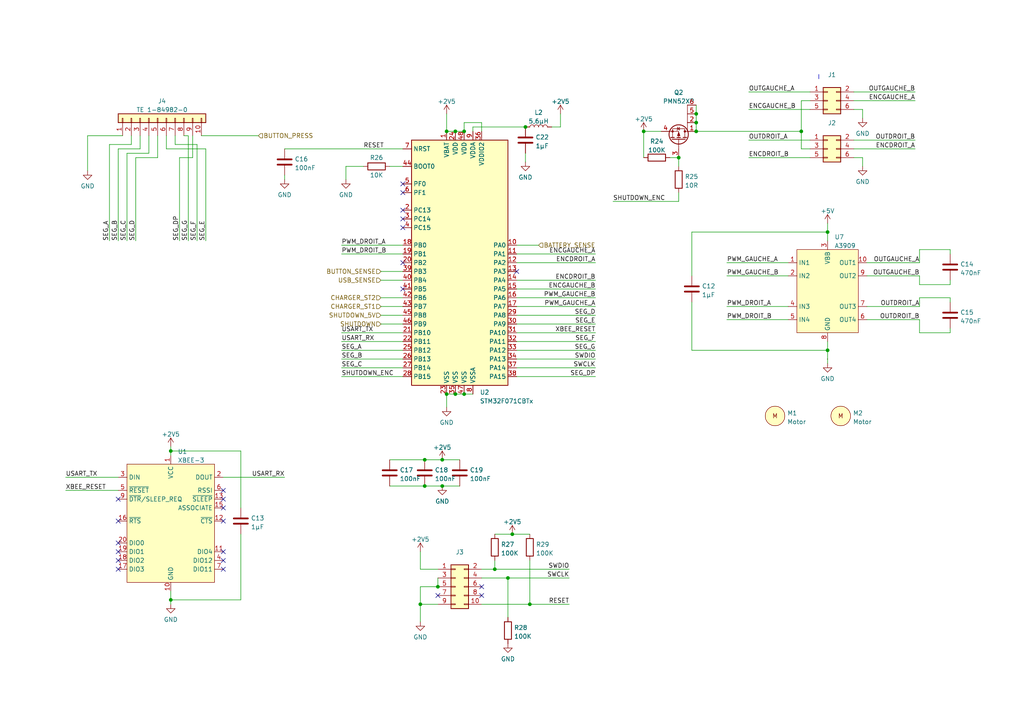
<source format=kicad_sch>
(kicad_sch (version 20230121) (generator eeschema)
  (paper "A4")
  (title_block (title "CPU + Com + Motors") (date "2023-03-29") (rev "2.2") (company "INSA - GEI"))
  (lib_symbols
    (symbol "Connector_Generic:Conn_01x10" (pin_names (offset 1.016) hide)
      (property "Reference" "J" (at 0 12.7 0))
      (property "Value" "Conn_01x10" (at 0 -15.24 0))
      (symbol "Conn_01x10_1_1"
        (rectangle (start -1.27 -12.573) (end 0 -12.827) (stroke (width 0.1524)))
        (rectangle (start -1.27 -10.033) (end 0 -10.287) (stroke (width 0.1524)))
        (rectangle (start -1.27 -7.493) (end 0 -7.747) (stroke (width 0.1524)))
        (rectangle (start -1.27 -4.953) (end 0 -5.207) (stroke (width 0.1524)))
        (rectangle (start -1.27 -2.413) (end 0 -2.667) (stroke (width 0.1524)))
        (rectangle (start -1.27 0.127) (end 0 -0.127) (stroke (width 0.1524)))
        (rectangle (start -1.27 2.667) (end 0 2.413) (stroke (width 0.1524)))
        (rectangle (start -1.27 5.207) (end 0 4.953) (stroke (width 0.1524)))
        (rectangle (start -1.27 7.747) (end 0 7.493) (stroke (width 0.1524)))
        (rectangle (start -1.27 10.287) (end 0 10.033) (stroke (width 0.1524)))
        (rectangle (start -1.27 11.43) (end 1.27 -13.97) (stroke (width 0.254)) (fill (type background)))
        (pin passive line (at -5.08 10.16 0) (length 3.81) (name "Pin_1") (number "1"))
        (pin passive line (at -5.08 -12.7 0) (length 3.81) (name "Pin_10") (number "10"))
        (pin passive line (at -5.08 7.62 0) (length 3.81) (name "Pin_2") (number "2"))
        (pin passive line (at -5.08 5.08 0) (length 3.81) (name "Pin_3") (number "3"))
        (pin passive line (at -5.08 2.54 0) (length 3.81) (name "Pin_4") (number "4"))
        (pin passive line (at -5.08 0 0) (length 3.81) (name "Pin_5") (number "5"))
        (pin passive line (at -5.08 -2.54 0) (length 3.81) (name "Pin_6") (number "6"))
        (pin passive line (at -5.08 -5.08 0) (length 3.81) (name "Pin_7") (number "7"))
        (pin passive line (at -5.08 -7.62 0) (length 3.81) (name "Pin_8") (number "8"))
        (pin passive line (at -5.08 -10.16 0) (length 3.81) (name "Pin_9") (number "9"))
      )
    )
    (symbol "Connector_Generic:Conn_02x03_Odd_Even" (pin_names (offset 1.016) hide)
      (property "Reference" "J" (at 1.27 5.08 0))
      (property "Value" "Conn_02x03_Odd_Even" (at 1.27 -5.08 0))
      (symbol "Conn_02x03_Odd_Even_1_1"
        (rectangle (start -1.27 -2.413) (end 0 -2.667) (stroke (width 0.1524)))
        (rectangle (start -1.27 0.127) (end 0 -0.127) (stroke (width 0.1524)))
        (rectangle (start -1.27 2.667) (end 0 2.413) (stroke (width 0.1524)))
        (rectangle (start -1.27 3.81) (end 3.81 -3.81) (stroke (width 0.254)) (fill (type background)))
        (rectangle (start 3.81 -2.413) (end 2.54 -2.667) (stroke (width 0.1524)))
        (rectangle (start 3.81 0.127) (end 2.54 -0.127) (stroke (width 0.1524)))
        (rectangle (start 3.81 2.667) (end 2.54 2.413) (stroke (width 0.1524)))
        (pin passive line (at -5.08 2.54 0) (length 3.81) (name "Pin_1") (number "1"))
        (pin passive line (at 7.62 2.54 180) (length 3.81) (name "Pin_2") (number "2"))
        (pin passive line (at -5.08 0 0) (length 3.81) (name "Pin_3") (number "3"))
        (pin passive line (at 7.62 0 180) (length 3.81) (name "Pin_4") (number "4"))
        (pin passive line (at -5.08 -2.54 0) (length 3.81) (name "Pin_5") (number "5"))
        (pin passive line (at 7.62 -2.54 180) (length 3.81) (name "Pin_6") (number "6"))
      )
    )
    (symbol "Connector_Generic:Conn_02x05_Odd_Even" (pin_names (offset 1.016) hide)
      (property "Reference" "J" (at 1.27 7.62 0))
      (property "Value" "Conn_02x05_Odd_Even" (at 1.27 -7.62 0))
      (symbol "Conn_02x05_Odd_Even_1_1"
        (rectangle (start -1.27 -4.953) (end 0 -5.207) (stroke (width 0.1524)))
        (rectangle (start -1.27 -2.413) (end 0 -2.667) (stroke (width 0.1524)))
        (rectangle (start -1.27 0.127) (end 0 -0.127) (stroke (width 0.1524)))
        (rectangle (start -1.27 2.667) (end 0 2.413) (stroke (width 0.1524)))
        (rectangle (start -1.27 5.207) (end 0 4.953) (stroke (width 0.1524)))
        (rectangle (start -1.27 6.35) (end 3.81 -6.35) (stroke (width 0.254)) (fill (type background)))
        (rectangle (start 3.81 -4.953) (end 2.54 -5.207) (stroke (width 0.1524)))
        (rectangle (start 3.81 -2.413) (end 2.54 -2.667) (stroke (width 0.1524)))
        (rectangle (start 3.81 0.127) (end 2.54 -0.127) (stroke (width 0.1524)))
        (rectangle (start 3.81 2.667) (end 2.54 2.413) (stroke (width 0.1524)))
        (rectangle (start 3.81 5.207) (end 2.54 4.953) (stroke (width 0.1524)))
        (pin passive line (at -5.08 5.08 0) (length 3.81) (name "Pin_1") (number "1"))
        (pin passive line (at 7.62 -5.08 180) (length 3.81) (name "Pin_10") (number "10"))
        (pin passive line (at 7.62 5.08 180) (length 3.81) (name "Pin_2") (number "2"))
        (pin passive line (at -5.08 2.54 0) (length 3.81) (name "Pin_3") (number "3"))
        (pin passive line (at 7.62 2.54 180) (length 3.81) (name "Pin_4") (number "4"))
        (pin passive line (at -5.08 0 0) (length 3.81) (name "Pin_5") (number "5"))
        (pin passive line (at 7.62 0 180) (length 3.81) (name "Pin_6") (number "6"))
        (pin passive line (at -5.08 -2.54 0) (length 3.81) (name "Pin_7") (number "7"))
        (pin passive line (at 7.62 -2.54 180) (length 3.81) (name "Pin_8") (number "8"))
        (pin passive line (at -5.08 -5.08 0) (length 3.81) (name "Pin_9") (number "9"))
      )
    )
    (symbol "Device:C" (pin_numbers hide) (pin_names (offset 0.254))
      (property "Reference" "C" (at 0.635 2.54 0))
      (property "Value" "C" (at 0.635 -2.54 0))
      (symbol "C_0_1"
        (polyline (pts (xy -2.032 -0.762) (xy 2.032 -0.762)) (stroke (width 0.508)))
        (polyline (pts (xy -2.032 0.762) (xy 2.032 0.762)) (stroke (width 0.508)))
      )
      (symbol "C_1_1"
        (pin passive line (at 0 3.81 270) (length 2.794) (name "~") (number "1"))
        (pin passive line (at 0 -3.81 90) (length 2.794) (name "~") (number "2"))
      )
    )
    (symbol "Device:L" (pin_numbers hide) (pin_names (offset 1.016) hide)
      (property "Reference" "L" (at -1.27 0 90))
      (property "Value" "L" (at 1.905 0 90))
      (symbol "L_0_1"
        (arc (start 0 -2.54) (mid 0.6323 -1.905) (end 0 -1.27))
        (arc (start 0 -1.27) (mid 0.6323 -0.635) (end 0 0))
        (arc (start 0 0) (mid 0.6323 0.635) (end 0 1.27))
        (arc (start 0 1.27) (mid 0.6323 1.905) (end 0 2.54))
      )
      (symbol "L_1_1"
        (pin passive line (at 0 3.81 270) (length 1.27) (name "1") (number "1"))
        (pin passive line (at 0 -3.81 90) (length 1.27) (name "2") (number "2"))
      )
    )
    (symbol "Device:R" (pin_numbers hide) (pin_names (offset 0))
      (property "Reference" "R" (at 2.032 0 90))
      (property "Value" "R" (at 0 0 90))
      (symbol "R_0_1"
        (rectangle (start -1.016 -2.54) (end 1.016 2.54) (stroke (width 0.254)))
      )
      (symbol "R_1_1"
        (pin passive line (at 0 3.81 270) (length 1.27) (name "~") (number "1"))
        (pin passive line (at 0 -3.81 90) (length 1.27) (name "~") (number "2"))
      )
    )
    (symbol "Insa:A3909"
      (property "Reference" "U" (at -7.62 15.24 0))
      (property "Value" "A3909" (at 6.35 -13.97 0))
      (symbol "A3909_0_1"
        (rectangle (start -8.89 12.7) (end 8.89 -11.43) (stroke (width 0.1524)) (fill (type background)))
        (rectangle (start 0 -19.05) (end 0 -19.05) (stroke (width 0.1524)))
        (rectangle (start 0 -19.05) (end 0 -19.05) (stroke (width 0.1524)))
        (rectangle (start 0 -19.05) (end 0 -19.05) (stroke (width 0.1524)))
        (rectangle (start 0 -19.05) (end 0 -19.05) (stroke (width 0.1524)))
      )
      (symbol "A3909_1_1"
        (pin input line (at -11.43 8.89 0) (length 2.54) (name "IN1") (number "1"))
        (pin output line (at 11.43 8.89 180) (length 2.54) (name "OUT1") (number "10"))
        (pin input line (at -11.43 5.08 0) (length 2.54) (name "IN2") (number "2"))
        (pin power_in line (at 0 15.24 270) (length 2.54) (name "VBB") (number "3"))
        (pin input line (at -11.43 -3.81 0) (length 2.54) (name "IN3") (number "4"))
        (pin input line (at -11.43 -7.62 0) (length 2.54) (name "IN4") (number "5"))
        (pin output line (at 11.43 -7.62 180) (length 2.54) (name "OUT4") (number "6"))
        (pin output line (at 11.43 -3.81 180) (length 2.54) (name "OUT3") (number "7"))
        (pin power_in line (at 0 -13.97 90) (length 2.54) (name "GND") (number "8"))
        (pin output line (at 11.43 5.08 180) (length 2.54) (name "OUT2") (number "9"))
      )
    )
    (symbol "Insa:Motor"
      (property "Reference" "M" (at 0 3.81 0))
      (property "Value" "Motor" (at 0 -5.08 0))
      (symbol "Motor_0_0"
        (text "M" (at 0 0 0) (effects (font (size 1.27 1.27))))
      )
      (symbol "Motor_0_1"
        (circle (center 0 0) (radius 2.8398) (stroke (width 0.1524)) (fill (type background)))
      )
    )
    (symbol "Insa:PMN52XP" (pin_names (offset 0) hide)
      (property "Reference" "Q" (at 5.08 1.27 0))
      (property "Value" "PMN52XP" (at 5.08 -1.27 0))
      (symbol "PMN52XP_0_1"
        (polyline (pts (xy 0.254 0) (xy -2.54 0)))
        (polyline (pts (xy 0.254 1.905) (xy 0.254 -1.905)) (stroke (width 0.254)))
        (polyline (pts (xy 0.762 -1.27) (xy 0.762 -2.286)) (stroke (width 0.254)))
        (polyline (pts (xy 0.762 0.508) (xy 0.762 -0.508)) (stroke (width 0.254)))
        (polyline (pts (xy 0.762 2.286) (xy 0.762 1.27)) (stroke (width 0.254)))
        (polyline (pts (xy 10.16 2.54) (xy 5.08 2.54)) (stroke (width 0.1524)))
        (polyline (pts (xy 2.54 -2.54) (xy 2.54 0) (xy 0.762 0)))
        (polyline (pts (xy 5.08 2.54) (xy 2.54 2.54) (xy 2.54 1.778)))
        (polyline (pts (xy 0.762 1.778) (xy 3.302 1.778) (xy 3.302 -1.778) (xy 0.762 -1.778)))
        (polyline (pts (xy 2.286 0) (xy 1.27 0.381) (xy 1.27 -0.381) (xy 2.286 0)) (fill (type outline)))
        (polyline (pts (xy 2.794 -0.508) (xy 2.921 -0.381) (xy 3.683 -0.381) (xy 3.81 -0.254)))
        (polyline (pts (xy 3.302 -0.381) (xy 2.921 0.254) (xy 3.683 0.254) (xy 3.302 -0.381)))
        (circle (center 1.651 0) (radius 2.794) (stroke (width 0.254)))
        (circle (center 2.54 -1.778) (radius 0.254) (fill (type outline)))
        (circle (center 2.54 1.778) (radius 0.254) (fill (type outline)))
      )
      (symbol "PMN52XP_1_1"
        (pin passive line (at 2.54 5.08 270) (length 2.54) (name "D") (number "1"))
        (pin passive line (at 5.08 5.08 270) (length 2.54) (name "D") (number "2"))
        (pin input line (at -5.08 0 0) (length 2.54) (name "G") (number "3"))
        (pin passive line (at 2.54 -5.08 90) (length 2.54) (name "S") (number "4"))
        (pin passive line (at 7.62 5.08 270) (length 2.54) (name "D") (number "5"))
        (pin passive line (at 10.16 5.08 270) (length 2.54) (name "D") (number "6"))
      )
    )
    (symbol "Insa:XBEE-3"
      (property "Reference" "U" (at -21.59 -17.78 0))
      (property "Value" "XBEE-3" (at -21.59 -17.78 0))
      (symbol "XBEE-3_0_1"
        (rectangle (start -12.7 36.83) (end 12.7 2.54) (stroke (width 0.1524)) (fill (type background)))
      )
      (symbol "XBEE-3_1_1"
        (pin power_in line (at 0 39.37 270) (length 2.54) (name "VCC") (number "1"))
        (pin power_in line (at 0 0 90) (length 2.54) (name "GND") (number "10"))
        (pin bidirectional line (at 15.24 11.43 180) (length 2.54) (name "DIO4") (number "11"))
        (pin output line (at 15.24 20.32 180) (length 2.54) (name "~{CTS}") (number "12"))
        (pin output line (at 15.24 26.67 180) (length 2.54) (name "~{SLEEP}") (number "13"))
        (pin output line (at 15.24 24.13 180) (length 2.54) (name "ASSOCIATE") (number "15"))
        (pin input line (at -15.24 20.32 0) (length 2.54) (name "~{RTS}") (number "16"))
        (pin bidirectional line (at -15.24 6.35 0) (length 2.54) (name "DIO3") (number "17"))
        (pin bidirectional line (at -15.24 8.89 0) (length 2.54) (name "DIO2") (number "18"))
        (pin bidirectional line (at -15.24 11.43 0) (length 2.54) (name "DIO1") (number "19"))
        (pin output line (at 15.24 33.02 180) (length 2.54) (name "DOUT") (number "2"))
        (pin bidirectional line (at -15.24 13.97 0) (length 2.54) (name "DIO0") (number "20"))
        (pin input line (at -15.24 33.02 0) (length 2.54) (name "DIN") (number "3"))
        (pin bidirectional line (at 15.24 8.89 180) (length 2.54) (name "DIO12") (number "4"))
        (pin input line (at -15.24 29.21 0) (length 2.54) (name "~{RESET}") (number "5"))
        (pin output line (at 15.24 29.21 180) (length 2.54) (name "RSSI") (number "6"))
        (pin bidirectional line (at 15.24 6.35 180) (length 2.54) (name "DIO11") (number "7"))
        (pin input line (at -15.24 26.67 0) (length 2.54) (name "~{DTR}/SLEEP_REQ") (number "9"))
      )
    )
    (symbol "MCU_ST_STM32F0:STM32F071CBTx"
      (property "Reference" "U" (at -15.24 36.83 0))
      (property "Value" "STM32F071CBTx" (at 7.62 36.83 0))
      (symbol "STM32F071CBTx_0_1"
        (rectangle (start -15.24 -35.56) (end 12.7 35.56) (stroke (width 0.254)) (fill (type background)))
      )
      (symbol "STM32F071CBTx_1_1"
        (pin power_in line (at -5.08 38.1 270) (length 2.54) (name "VBAT") (number "1"))
        (pin bidirectional line (at 15.24 5.08 180) (length 2.54) (name "PA0") (number "10"))
        (pin bidirectional line (at 15.24 2.54 180) (length 2.54) (name "PA1") (number "11"))
        (pin bidirectional line (at 15.24 0 180) (length 2.54) (name "PA2") (number "12"))
        (pin bidirectional line (at 15.24 -2.54 180) (length 2.54) (name "PA3") (number "13"))
        (pin bidirectional line (at 15.24 -5.08 180) (length 2.54) (name "PA4") (number "14"))
        (pin bidirectional line (at 15.24 -7.62 180) (length 2.54) (name "PA5") (number "15"))
        (pin bidirectional line (at 15.24 -10.16 180) (length 2.54) (name "PA6") (number "16"))
        (pin bidirectional line (at 15.24 -12.7 180) (length 2.54) (name "PA7") (number "17"))
        (pin bidirectional line (at -17.78 5.08 0) (length 2.54) (name "PB0") (number "18"))
        (pin bidirectional line (at -17.78 2.54 0) (length 2.54) (name "PB1") (number "19"))
        (pin bidirectional line (at -17.78 15.24 0) (length 2.54) (name "PC13") (number "2"))
        (pin bidirectional line (at -17.78 0 0) (length 2.54) (name "PB2") (number "20"))
        (pin bidirectional line (at -17.78 -20.32 0) (length 2.54) (name "PB10") (number "21"))
        (pin bidirectional line (at -17.78 -22.86 0) (length 2.54) (name "PB11") (number "22"))
        (pin power_in line (at -5.08 -38.1 90) (length 2.54) (name "VSS") (number "23"))
        (pin power_in line (at -2.54 38.1 270) (length 2.54) (name "VDD") (number "24"))
        (pin bidirectional line (at -17.78 -25.4 0) (length 2.54) (name "PB12") (number "25"))
        (pin bidirectional line (at -17.78 -27.94 0) (length 2.54) (name "PB13") (number "26"))
        (pin bidirectional line (at -17.78 -30.48 0) (length 2.54) (name "PB14") (number "27"))
        (pin bidirectional line (at -17.78 -33.02 0) (length 2.54) (name "PB15") (number "28"))
        (pin bidirectional line (at 15.24 -15.24 180) (length 2.54) (name "PA8") (number "29"))
        (pin bidirectional line (at -17.78 12.7 0) (length 2.54) (name "PC14") (number "3"))
        (pin bidirectional line (at 15.24 -17.78 180) (length 2.54) (name "PA9") (number "30"))
        (pin bidirectional line (at 15.24 -20.32 180) (length 2.54) (name "PA10") (number "31"))
        (pin bidirectional line (at 15.24 -22.86 180) (length 2.54) (name "PA11") (number "32"))
        (pin bidirectional line (at 15.24 -25.4 180) (length 2.54) (name "PA12") (number "33"))
        (pin bidirectional line (at 15.24 -27.94 180) (length 2.54) (name "PA13") (number "34"))
        (pin power_in line (at -2.54 -38.1 90) (length 2.54) (name "VSS") (number "35"))
        (pin power_in line (at 5.08 38.1 270) (length 2.54) (name "VDDIO2") (number "36"))
        (pin bidirectional line (at 15.24 -30.48 180) (length 2.54) (name "PA14") (number "37"))
        (pin bidirectional line (at 15.24 -33.02 180) (length 2.54) (name "PA15") (number "38"))
        (pin bidirectional line (at -17.78 -2.54 0) (length 2.54) (name "PB3") (number "39"))
        (pin bidirectional line (at -17.78 10.16 0) (length 2.54) (name "PC15") (number "4"))
        (pin bidirectional line (at -17.78 -5.08 0) (length 2.54) (name "PB4") (number "40"))
        (pin bidirectional line (at -17.78 -7.62 0) (length 2.54) (name "PB5") (number "41"))
        (pin bidirectional line (at -17.78 -10.16 0) (length 2.54) (name "PB6") (number "42"))
        (pin bidirectional line (at -17.78 -12.7 0) (length 2.54) (name "PB7") (number "43"))
        (pin input line (at -17.78 27.94 0) (length 2.54) (name "BOOT0") (number "44"))
        (pin bidirectional line (at -17.78 -15.24 0) (length 2.54) (name "PB8") (number "45"))
        (pin bidirectional line (at -17.78 -17.78 0) (length 2.54) (name "PB9") (number "46"))
        (pin power_in line (at 0 -38.1 90) (length 2.54) (name "VSS") (number "47"))
        (pin power_in line (at 0 38.1 270) (length 2.54) (name "VDD") (number "48"))
        (pin input line (at -17.78 22.86 0) (length 2.54) (name "PF0") (number "5"))
        (pin input line (at -17.78 20.32 0) (length 2.54) (name "PF1") (number "6"))
        (pin input line (at -17.78 33.02 0) (length 2.54) (name "NRST") (number "7"))
        (pin power_in line (at 2.54 -38.1 90) (length 2.54) (name "VSSA") (number "8"))
        (pin power_in line (at 2.54 38.1 270) (length 2.54) (name "VDDA") (number "9"))
      )
    )
    (symbol "power:+2V5" (power) (pin_names (offset 0))
      (property "Value" "+2V5" (at 0 3.556 0))
      (symbol "+2V5_0_1"
        (polyline (pts (xy -0.762 1.27) (xy 0 2.54)))
        (polyline (pts (xy 0 0) (xy 0 2.54)))
        (polyline (pts (xy 0 2.54) (xy 0.762 1.27)))
      )
      (symbol "+2V5_1_1"
        (pin power_in line (at 0 0 90) (length 0) hide (name "+2V5") (number "1"))
      )
    )
    (symbol "power:+5V" (power) (pin_names (offset 0))
      (property "Value" "+5V" (at 0 3.556 0))
      (symbol "+5V_0_1"
        (polyline (pts (xy -0.762 1.27) (xy 0 2.54)))
        (polyline (pts (xy 0 0) (xy 0 2.54)))
        (polyline (pts (xy 0 2.54) (xy 0.762 1.27)))
      )
      (symbol "+5V_1_1"
        (pin power_in line (at 0 0 90) (length 0) hide (name "+5V") (number "1"))
      )
    )
    (symbol "power:GND" (power) (pin_names (offset 0))
      (property "Value" "GND" (at 0 -3.81 0))
      (symbol "GND_0_1"
        (polyline (pts (xy 0 0) (xy 0 -1.27) (xy 1.27 -1.27) (xy 0 -2.54) (xy -1.27 -1.27) (xy 0 -1.27)))
      )
      (symbol "GND_1_1"
        (pin power_in line (at 0 0 270) (length 0) hide (name "GND") (number "1"))
      )
    )
  )
  (junction (at 129.54 38.1))
  (junction (at 128.27 140.97))
  (junction (at 132.08 114.3))
  (junction (at 240.03 101.6))
  (junction (at 201.93 33.02))
  (junction (at 49.53 130.81))
  (junction (at 240.03 67.31))
  (junction (at 201.93 38.1))
  (junction (at 153.67 175.26))
  (junction (at 201.93 35.56))
  (junction (at 49.53 173.99))
  (junction (at 152.4 36.83))
  (junction (at 123.19 140.97))
  (junction (at 186.69 38.1))
  (junction (at 127 170.18))
  (junction (at 196.85 45.72))
  (junction (at 147.32 167.64))
  (junction (at 143.51 165.1))
  (junction (at 232.41 38.1))
  (junction (at 134.62 114.3))
  (junction (at 148.59 154.94))
  (junction (at 132.08 38.1))
  (junction (at 134.62 38.1))
  (junction (at 128.27 133.35))
  (junction (at 129.54 114.3))
  (junction (at 121.92 175.26))
  (junction (at 123.19 133.35))
  (no_connect (at 116.84 66.04))
  (no_connect (at 149.86 78.74))
  (no_connect (at 116.84 83.82))
  (no_connect (at 116.84 76.2))
  (no_connect (at 116.84 60.96))
  (no_connect (at 116.84 63.5))
  (no_connect (at 116.84 55.88))
  (no_connect (at 116.84 53.34))
  (no_connect (at 34.29 144.78))
  (no_connect (at 64.77 151.13))
  (no_connect (at 64.77 160.02))
  (no_connect (at 64.77 162.56))
  (no_connect (at 64.77 165.1))
  (no_connect (at 64.77 142.24))
  (no_connect (at 64.77 144.78))
  (no_connect (at 64.77 147.32))
  (no_connect (at 34.29 165.1))
  (no_connect (at 34.29 162.56))
  (no_connect (at 34.29 160.02))
  (no_connect (at 34.29 157.48))
  (no_connect (at 34.29 151.13))
  (no_connect (at 127 172.72))
  (no_connect (at 139.7 172.72))
  (no_connect (at 139.7 170.18))
  (wire (pts (xy 250.19 31.75) (xy 250.19 34.29)))
  (wire (pts (xy 275.59 82.55) (xy 275.59 81.28)))
  (wire (pts (xy 200.66 67.31) (xy 240.03 67.31)))
  (wire (pts (xy 43.18 44.45) (xy 43.18 39.37)))
  (wire (pts (xy 39.37 45.72) (xy 39.37 69.85)))
  (wire (pts (xy 99.06 71.12) (xy 116.84 71.12)))
  (wire (pts (xy 232.41 43.18) (xy 234.95 43.18)))
  (wire (pts (xy 251.46 88.9) (xy 266.7 88.9)))
  (wire (pts (xy 201.93 35.56) (xy 201.93 38.1)))
  (wire (pts (xy 201.93 30.48) (xy 201.93 33.02)))
  (wire (pts (xy 266.7 88.9) (xy 266.7 86.36)))
  (wire (pts (xy 35.56 39.37) (xy 25.4 39.37)))
  (wire (pts (xy 129.54 114.3) (xy 129.54 118.11)))
  (wire (pts (xy 127 170.18) (xy 121.92 170.18)))
  (wire (pts (xy 247.65 31.75) (xy 250.19 31.75)))
  (wire (pts (xy 121.92 175.26) (xy 121.92 180.34)))
  (wire (pts (xy 113.03 133.35) (xy 123.19 133.35)))
  (wire (pts (xy 82.55 50.8) (xy 82.55 52.07)))
  (wire (pts (xy 132.08 114.3) (xy 134.62 114.3)))
  (wire (pts (xy 128.27 133.35) (xy 133.35 133.35)))
  (wire (pts (xy 134.62 38.1) (xy 134.62 35.56)))
  (wire (pts (xy 19.05 142.24) (xy 34.29 142.24)))
  (wire (pts (xy 99.06 106.68) (xy 116.84 106.68)))
  (wire (pts (xy 139.7 35.56) (xy 139.7 38.1)))
  (wire (pts (xy 149.86 109.22) (xy 172.72 109.22)))
  (wire (pts (xy 232.41 38.1) (xy 232.41 43.18)))
  (wire (pts (xy 247.65 40.64) (xy 265.43 40.64)))
  (wire (pts (xy 52.07 45.72) (xy 52.07 69.85)))
  (wire (pts (xy 134.62 35.56) (xy 139.7 35.56)))
  (wire (pts (xy 162.56 33.02) (xy 162.56 36.83)))
  (wire (pts (xy 200.66 80.01) (xy 200.66 67.31)))
  (wire (pts (xy 64.77 138.43) (xy 82.55 138.43)))
  (wire (pts (xy 69.85 130.81) (xy 69.85 147.32)))
  (wire (pts (xy 99.06 104.14) (xy 116.84 104.14)))
  (wire (pts (xy 137.16 36.83) (xy 152.4 36.83)))
  (wire (pts (xy 217.17 45.72) (xy 234.95 45.72)))
  (wire (pts (xy 196.85 55.88) (xy 196.85 58.42)))
  (wire (pts (xy 132.08 38.1) (xy 134.62 38.1)))
  (wire (pts (xy 149.86 83.82) (xy 172.72 83.82)))
  (wire (pts (xy 36.83 44.45) (xy 36.83 69.85)))
  (wire (pts (xy 34.29 43.18) (xy 40.64 43.18)))
  (wire (pts (xy 162.56 36.83) (xy 160.02 36.83)))
  (wire (pts (xy 266.7 92.71) (xy 266.7 96.52)))
  (wire (pts (xy 275.59 72.39) (xy 275.59 73.66)))
  (wire (pts (xy 275.59 95.25) (xy 275.59 96.52)))
  (wire (pts (xy 49.53 173.99) (xy 69.85 173.99)))
  (wire (pts (xy 210.82 80.01) (xy 228.6 80.01)))
  (wire (pts (xy 148.59 154.94) (xy 153.67 154.94)))
  (wire (pts (xy 54.61 39.37) (xy 54.61 69.85)))
  (wire (pts (xy 110.49 91.44) (xy 116.84 91.44)))
  (wire (pts (xy 149.86 81.28) (xy 172.72 81.28)))
  (wire (pts (xy 129.54 33.02) (xy 129.54 38.1)))
  (wire (pts (xy 127 167.64) (xy 127 170.18)))
  (wire (pts (xy 210.82 88.9) (xy 228.6 88.9)))
  (wire (pts (xy 149.86 88.9) (xy 172.72 88.9)))
  (wire (pts (xy 153.67 175.26) (xy 165.1 175.26)))
  (wire (pts (xy 200.66 87.63) (xy 200.66 101.6)))
  (wire (pts (xy 266.7 80.01) (xy 266.7 82.55)))
  (wire (pts (xy 240.03 99.06) (xy 240.03 101.6)))
  (wire (pts (xy 149.86 96.52) (xy 172.72 96.52)))
  (wire (pts (xy 217.17 40.64) (xy 234.95 40.64)))
  (wire (pts (xy 240.03 64.77) (xy 240.03 67.31)))
  (wire (pts (xy 201.93 33.02) (xy 201.93 35.56)))
  (wire (pts (xy 232.41 29.21) (xy 232.41 38.1)))
  (wire (pts (xy 99.06 96.52) (xy 116.84 96.52)))
  (wire (pts (xy 149.86 71.12) (xy 156.21 71.12)))
  (wire (pts (xy 149.86 104.14) (xy 172.72 104.14)))
  (wire (pts (xy 110.49 81.28) (xy 116.84 81.28)))
  (wire (pts (xy 69.85 154.94) (xy 69.85 173.99)))
  (wire (pts (xy 99.06 101.6) (xy 116.84 101.6)))
  (wire (pts (xy 128.27 140.97) (xy 133.35 140.97)))
  (wire (pts (xy 139.7 165.1) (xy 143.51 165.1)))
  (wire (pts (xy 129.54 114.3) (xy 132.08 114.3)))
  (wire (pts (xy 247.65 26.67) (xy 265.43 26.67)))
  (wire (pts (xy 31.75 41.91) (xy 38.1 41.91)))
  (wire (pts (xy 147.32 167.64) (xy 147.32 179.07)))
  (wire (pts (xy 210.82 92.71) (xy 228.6 92.71)))
  (wire (pts (xy 113.03 140.97) (xy 123.19 140.97)))
  (wire (pts (xy 55.88 39.37) (xy 55.88 45.72)))
  (wire (pts (xy 247.65 45.72) (xy 250.19 45.72)))
  (wire (pts (xy 121.92 170.18) (xy 121.92 175.26)))
  (wire (pts (xy 34.29 43.18) (xy 34.29 69.85)))
  (wire (pts (xy 149.86 101.6) (xy 172.72 101.6)))
  (wire (pts (xy 49.53 173.99) (xy 49.53 175.26)))
  (polyline (pts (xy 237.49 21.59) (xy 237.49 22.86)))
  (wire (pts (xy 99.06 73.66) (xy 116.84 73.66)))
  (wire (pts (xy 139.7 175.26) (xy 153.67 175.26)))
  (wire (pts (xy 275.59 86.36) (xy 275.59 87.63)))
  (wire (pts (xy 110.49 88.9) (xy 116.84 88.9)))
  (wire (pts (xy 99.06 109.22) (xy 116.84 109.22)))
  (wire (pts (xy 217.17 26.67) (xy 234.95 26.67)))
  (wire (pts (xy 143.51 162.56) (xy 143.51 165.1)))
  (wire (pts (xy 250.19 45.72) (xy 250.19 48.26)))
  (wire (pts (xy 38.1 41.91) (xy 38.1 39.37)))
  (wire (pts (xy 57.15 41.91) (xy 50.8 41.91)))
  (wire (pts (xy 149.86 86.36) (xy 172.72 86.36)))
  (wire (pts (xy 40.64 43.18) (xy 40.64 39.37)))
  (wire (pts (xy 240.03 67.31) (xy 240.03 69.85)))
  (wire (pts (xy 49.53 171.45) (xy 49.53 173.99)))
  (wire (pts (xy 251.46 76.2) (xy 266.7 76.2)))
  (wire (pts (xy 110.49 86.36) (xy 116.84 86.36)))
  (wire (pts (xy 194.31 45.72) (xy 196.85 45.72)))
  (wire (pts (xy 247.65 43.18) (xy 265.43 43.18)))
  (wire (pts (xy 217.17 31.75) (xy 234.95 31.75)))
  (wire (pts (xy 129.54 38.1) (xy 132.08 38.1)))
  (wire (pts (xy 49.53 129.54) (xy 49.53 130.81)))
  (wire (pts (xy 19.05 138.43) (xy 34.29 138.43)))
  (wire (pts (xy 149.86 93.98) (xy 172.72 93.98)))
  (wire (pts (xy 82.55 43.18) (xy 116.84 43.18)))
  (wire (pts (xy 143.51 154.94) (xy 148.59 154.94)))
  (wire (pts (xy 39.37 45.72) (xy 45.72 45.72)))
  (wire (pts (xy 52.07 45.72) (xy 55.88 45.72)))
  (wire (pts (xy 57.15 41.91) (xy 57.15 69.85)))
  (wire (pts (xy 48.26 39.37) (xy 48.26 43.18)))
  (wire (pts (xy 31.75 41.91) (xy 31.75 69.85)))
  (wire (pts (xy 240.03 101.6) (xy 240.03 105.41)))
  (wire (pts (xy 143.51 165.1) (xy 165.1 165.1)))
  (wire (pts (xy 123.19 133.35) (xy 128.27 133.35)))
  (wire (pts (xy 59.69 43.18) (xy 59.69 69.85)))
  (wire (pts (xy 186.69 45.72) (xy 186.69 38.1)))
  (wire (pts (xy 153.67 162.56) (xy 153.67 175.26)))
  (wire (pts (xy 149.86 76.2) (xy 172.72 76.2)))
  (wire (pts (xy 201.93 38.1) (xy 232.41 38.1)))
  (wire (pts (xy 210.82 76.2) (xy 228.6 76.2)))
  (wire (pts (xy 266.7 96.52) (xy 275.59 96.52)))
  (wire (pts (xy 266.7 82.55) (xy 275.59 82.55)))
  (wire (pts (xy 100.33 48.26) (xy 100.33 52.07)))
  (wire (pts (xy 266.7 76.2) (xy 266.7 72.39)))
  (wire (pts (xy 200.66 101.6) (xy 240.03 101.6)))
  (wire (pts (xy 59.69 43.18) (xy 48.26 43.18)))
  (wire (pts (xy 49.53 130.81) (xy 69.85 130.81)))
  (wire (pts (xy 25.4 39.37) (xy 25.4 49.53)))
  (wire (pts (xy 147.32 167.64) (xy 165.1 167.64)))
  (wire (pts (xy 50.8 39.37) (xy 50.8 41.91)))
  (wire (pts (xy 266.7 86.36) (xy 275.59 86.36)))
  (wire (pts (xy 36.83 44.45) (xy 43.18 44.45)))
  (wire (pts (xy 110.49 93.98) (xy 116.84 93.98)))
  (wire (pts (xy 54.61 39.37) (xy 53.34 39.37)))
  (wire (pts (xy 99.06 99.06) (xy 116.84 99.06)))
  (wire (pts (xy 105.41 48.26) (xy 100.33 48.26)))
  (wire (pts (xy 186.69 38.1) (xy 191.77 38.1)))
  (wire (pts (xy 49.53 130.81) (xy 49.53 132.08)))
  (wire (pts (xy 110.49 78.74) (xy 116.84 78.74)))
  (wire (pts (xy 149.86 91.44) (xy 172.72 91.44)))
  (wire (pts (xy 149.86 106.68) (xy 172.72 106.68)))
  (wire (pts (xy 251.46 80.01) (xy 266.7 80.01)))
  (wire (pts (xy 45.72 45.72) (xy 45.72 39.37)))
  (wire (pts (xy 247.65 29.21) (xy 265.43 29.21)))
  (wire (pts (xy 251.46 92.71) (xy 266.7 92.71)))
  (wire (pts (xy 139.7 167.64) (xy 147.32 167.64)))
  (wire (pts (xy 149.86 73.66) (xy 172.72 73.66)))
  (wire (pts (xy 121.92 175.26) (xy 127 175.26)))
  (wire (pts (xy 121.92 160.02) (xy 121.92 165.1)))
  (wire (pts (xy 134.62 114.3) (xy 137.16 114.3)))
  (wire (pts (xy 58.42 39.37) (xy 74.93 39.37)))
  (wire (pts (xy 127 165.1) (xy 121.92 165.1)))
  (wire (pts (xy 266.7 72.39) (xy 275.59 72.39)))
  (wire (pts (xy 152.4 44.45) (xy 152.4 46.99)))
  (wire (pts (xy 123.19 140.97) (xy 128.27 140.97)))
  (wire (pts (xy 113.03 48.26) (xy 116.84 48.26)))
  (wire (pts (xy 196.85 45.72) (xy 196.85 48.26)))
  (wire (pts (xy 177.8 58.42) (xy 196.85 58.42)))
  (wire (pts (xy 137.16 38.1) (xy 137.16 36.83)))
  (wire (pts (xy 232.41 29.21) (xy 234.95 29.21)))
  (wire (pts (xy 149.86 99.06) (xy 172.72 99.06)))
  (label "ENCDROIT_B" (at 172.72 81.28 180))
  (label "USART_TX" (at 19.05 138.43 0))
  (label "SHUTDOWN_ENC" (at 99.06 109.22 0))
  (label "PWM_DROIT_B" (at 210.82 92.71 0))
  (label "SEG_G" (at 172.72 101.6 180))
  (label "SEG_F" (at 57.15 69.85 90))
  (label "SEG_A" (at 31.75 69.85 90))
  (label "PWM_DROIT_A" (at 210.82 88.9 0))
  (label "USART_RX" (at 99.06 99.06 0))
  (label "SEG_DP" (at 172.72 109.22 180))
  (label "SEG_G" (at 54.61 69.85 90))
  (label "PWM_GAUCHE_A" (at 210.82 76.2 0))
  (label "OUTDROIT_A" (at 217.17 40.64 0))
  (label "ENCDROIT_A" (at 265.43 43.18 180))
  (label "ENCDROIT_A" (at 172.72 76.2 180))
  (label "SWCLK" (at 172.72 106.68 180))
  (label "ENCGAUCHE_A" (at 172.72 73.66 180))
  (label "SEG_C" (at 36.83 69.85 90))
  (label "SEG_DP" (at 52.07 69.85 90))
  (label "PWM_DROIT_B" (at 99.06 73.66 0))
  (label "PWM_GAUCHE_B" (at 172.72 86.36 180))
  (label "OUTGAUCHE_B" (at 266.7 80.01 180))
  (label "PWM_GAUCHE_B" (at 210.82 80.01 0))
  (label "OUTGAUCHE_B" (at 265.43 26.67 180))
  (label "PWM_DROIT_A" (at 99.06 71.12 0))
  (label "USART_RX" (at 82.55 138.43 180))
  (label "USART_TX" (at 99.06 96.52 0))
  (label "ENCGAUCHE_B" (at 172.72 83.82 180))
  (label "SWCLK" (at 165.1 167.64 180))
  (label "XBEE_RESET" (at 19.05 142.24 0))
  (label "XBEE_RESET" (at 172.72 96.52 180))
  (label "SEG_E" (at 59.69 69.85 90))
  (label "SHUTDOWN_ENC" (at 177.8 58.42 0))
  (label "ENCDROIT_B" (at 217.17 45.72 0))
  (label "OUTDROIT_B" (at 265.43 40.64 180))
  (label "ENCGAUCHE_B" (at 217.17 31.75 0))
  (label "OUTGAUCHE_A" (at 217.17 26.67 0))
  (label "SEG_B" (at 99.06 104.14 0))
  (label "OUTGAUCHE_A" (at 266.7 76.2 180))
  (label "SWDIO" (at 172.72 104.14 180))
  (label "PWM_GAUCHE_A" (at 172.72 88.9 180))
  (label "OUTDROIT_B" (at 266.7 92.71 180))
  (label "RESET" (at 165.1 175.26 180))
  (label "SEG_A" (at 99.06 101.6 0))
  (label "SEG_C" (at 99.06 106.68 0))
  (label "OUTDROIT_A" (at 266.7 88.9 180))
  (label "SEG_E" (at 172.72 93.98 180))
  (label "SEG_D" (at 172.72 91.44 180))
  (label "SEG_B" (at 34.29 69.85 90))
  (label "ENCGAUCHE_A" (at 265.43 29.21 180))
  (label "SEG_D" (at 39.37 69.85 90))
  (label "SWDIO" (at 165.1 165.1 180))
  (label "RESET" (at 105.41 43.18 0))
  (label "SEG_F" (at 172.72 99.06 180))
  (hierarchical_label "BUTTON_PRESS" (shape input) (at 74.93 39.37 0))
  (hierarchical_label "CHARGER_ST1" (shape input) (at 110.49 88.9 180))
  (hierarchical_label "USB_SENSE" (shape input) (at 110.49 81.28 180))
  (hierarchical_label "SHUTDOWN" (shape input) (at 110.49 93.98 180))
  (hierarchical_label "BATTERY_SENSE" (shape input) (at 156.21 71.12 0))
  (hierarchical_label "BUTTON_SENSE" (shape input) (at 110.49 78.74 180))
  (hierarchical_label "SHUTDOWN_5V" (shape input) (at 110.49 91.44 180))
  (hierarchical_label "CHARGER_ST2" (shape input) (at 110.49 86.36 180))
  (symbol (lib_id "power:GND") (at 100.33 52.07 0) (unit 1)
    (property "Reference" "#PWR030" (effects hide))
    (property "Value" "GND" (at 100.33 56.5134 0))
  )
  (symbol (lib_id "Device:C") (at 275.59 77.47 0) (unit 1)
    (property "Reference" "C14" (at 278.511 76.6353 0) (effects (justify left)))
    (property "Value" "470nF" (at 278.511 79.1722 0) (effects (justify left)))
    (property "Footprint" "Capacitor_SMD:C_0805_2012Metric" (effects hide))
  )
  (symbol (lib_id "power:GND") (at 147.32 186.69 0) (unit 1)
    (property "Reference" "#PWR033" (effects hide))
    (property "Value" "GND" (at 147.32 191.1334 0))
  )
  (symbol (lib_id "Device:L") (at 156.21 36.83 90) (unit 1)
    (property "Reference" "L2" (at 156.21 32.6222 90))
    (property "Value" "5,6µH" (at 156.21 35.1591 90))
    (property "Footprint" "Inductor_SMD:L_1812_4532Metric" (effects hide))
  )
  (symbol (lib_id "power:+2V5") (at 49.53 129.54 0) (unit 1)
    (property "Reference" "#PWR0103" (effects hide))
    (property "Value" "+2V5" (at 49.53 125.9642 0))
  )
  (symbol (lib_id "power:GND") (at 240.03 105.41 0) (unit 1)
    (property "Reference" "#PWR0106" (effects hide))
    (property "Value" "GND" (at 240.03 109.8534 0))
  )
  (symbol (lib_id "power:GND") (at 25.4 49.53 0) (unit 1)
    (property "Reference" "#PWR027" (effects hide))
    (property "Value" "GND" (at 25.4 53.9734 0))
  )
  (symbol (lib_id "Device:C") (at 200.66 83.82 0) (unit 1)
    (property "Reference" "C12" (at 203.581 82.9853 0) (effects (justify left)))
    (property "Value" "1µF" (at 203.581 85.5222 0) (effects (justify left)))
    (property "Footprint" "Capacitor_SMD:C_0805_2012Metric" (effects hide))
  )
  (symbol (lib_id "Device:C") (at 113.03 137.16 0) (unit 1)
    (property "Reference" "C17" (at 115.951 136.3253 0) (effects (justify left)))
    (property "Value" "100nF" (at 115.951 138.8622 0) (effects (justify left)))
    (property "Footprint" "Capacitor_SMD:C_0805_2012Metric" (effects hide))
  )
  (symbol (lib_id "Device:C") (at 275.59 91.44 0) (unit 1)
    (property "Reference" "C15" (at 278.511 90.6053 0) (effects (justify left)))
    (property "Value" "470nF" (at 278.511 93.1422 0) (effects (justify left)))
    (property "Footprint" "Capacitor_SMD:C_0805_2012Metric" (effects hide))
  )
  (symbol (lib_id "power:+2V5") (at 162.56 33.02 0) (unit 1)
    (property "Reference" "#PWR035" (effects hide))
    (property "Value" "+2V5" (at 162.56 29.4442 0))
  )
  (symbol (lib_id "power:GND") (at 49.53 175.26 0) (unit 1)
    (property "Reference" "#PWR0101" (effects hide))
    (property "Value" "GND" (at 49.53 179.7034 0))
  )
  (symbol (lib_id "Device:C") (at 69.85 151.13 0) (unit 1)
    (property "Reference" "C13" (at 72.771 150.2953 0) (effects (justify left)))
    (property "Value" "1µF" (at 72.771 152.8322 0) (effects (justify left)))
    (property "Footprint" "Capacitor_SMD:C_0805_2012Metric" (effects hide))
  )
  (symbol (lib_id "power:+5V") (at 240.03 64.77 0) (unit 1)
    (property "Reference" "#PWR024" (effects hide))
    (property "Value" "+5V" (at 240.03 61.1942 0))
  )
  (symbol (lib_id "Device:R") (at 153.67 158.75 0) (unit 1)
    (property "Reference" "R29" (at 155.448 157.9153 0) (effects (justify left)))
    (property "Value" "100K" (at 155.448 160.4522 0) (effects (justify left)))
    (property "Footprint" "Resistor_SMD:R_0805_2012Metric" (effects hide))
  )
  (symbol (lib_id "power:GND") (at 250.19 48.26 0) (unit 1)
    (property "Reference" "#PWR023" (effects hide))
    (property "Value" "GND" (at 250.19 52.7034 0))
  )
  (symbol (lib_id "Device:C") (at 82.55 46.99 0) (unit 1)
    (property "Reference" "C16" (at 85.471 46.1553 0) (effects (justify left)))
    (property "Value" "100nF" (at 85.471 48.6922 0) (effects (justify left)))
    (property "Footprint" "Capacitor_SMD:C_0805_2012Metric" (effects hide))
  )
  (symbol (lib_id "power:GND") (at 82.55 52.07 0) (unit 1)
    (property "Reference" "#PWR028" (effects hide))
    (property "Value" "GND" (at 82.55 56.5134 0))
  )
  (symbol (lib_id "power:GND") (at 250.19 34.29 0) (unit 1)
    (property "Reference" "#PWR0104" (effects hide))
    (property "Value" "GND" (at 250.19 38.7334 0))
  )
  (symbol (lib_id "power:+2V5") (at 128.27 133.35 0) (unit 1)
    (property "Reference" "#PWR0109" (effects hide))
    (property "Value" "+2V5" (at 128.27 129.7742 0))
  )
  (symbol (lib_id "power:GND") (at 121.92 180.34 0) (unit 1)
    (property "Reference" "#PWR032" (effects hide))
    (property "Value" "GND" (at 121.92 184.7834 0))
  )
  (symbol (lib_id "Device:R") (at 109.22 48.26 90) (unit 1)
    (property "Reference" "R26" (at 109.22 45.72 90))
    (property "Value" "10K" (at 109.22 50.8 90))
    (property "Footprint" "Resistor_SMD:R_0805_2012Metric" (effects hide))
  )
  (symbol (lib_id "power:+2V5") (at 121.92 160.02 0) (unit 1)
    (property "Reference" "#PWR031" (effects hide))
    (property "Value" "+2V5" (at 121.92 156.4442 0))
  )
  (symbol (lib_id "power:+2V5") (at 148.59 154.94 0) (unit 1)
    (property "Reference" "#PWR034" (effects hide))
    (property "Value" "+2V5" (at 148.59 151.3642 0))
  )
  (symbol (lib_id "Device:C") (at 133.35 137.16 0) (unit 1)
    (property "Reference" "C19" (at 136.271 136.3253 0) (effects (justify left)))
    (property "Value" "100nF" (at 136.271 138.8622 0) (effects (justify left)))
    (property "Footprint" "Capacitor_SMD:C_0805_2012Metric" (effects hide))
  )
  (symbol (lib_id "Insa:XBEE-3") (at 49.53 171.45 0) (unit 1)
    (property "Reference" "U1" (at 51.5494 130.971 0) (effects (justify left)))
    (property "Value" "XBEE-3" (at 51.5494 133.5079 0) (effects (justify left)))
    (property "Footprint" "INSA:XBEE-3-TH" (effects hide))
  )
  (symbol (lib_id "MCU_ST_STM32F0:STM32F071CBTx") (at 134.62 76.2 0) (unit 1)
    (property "Reference" "U2" (at 139.1794 113.7904 0) (effects (justify left)))
    (property "Value" "STM32F071CBTx" (at 139.1794 116.3273 0) (effects (justify left)))
    (property "Footprint" "Package_QFP:LQFP-48_7x7mm_P0.5mm" (effects hide))
    (property "Datasheet" "http://www.st.com/st-web-ui/static/active/en/resource/technical/document/datasheet/DM00098745.pdf" (effects hide))
  )
  (symbol (lib_id "Connector_Generic:Conn_02x03_Odd_Even") (at 240.03 29.21 0) (unit 1)
    (property "Reference" "J1" (at 241.3 21.7002 0))
    (property "Value" "Conn_02x03_Odd_Even" (effects hide))
    (property "Footprint" "Connector_IDC:IDC-Header_2x03_P2.54mm_Vertical" (effects hide))
  )
  (symbol (lib_id "Device:R") (at 190.5 45.72 90) (unit 1)
    (property "Reference" "R24" (at 190.5 41.0042 90))
    (property "Value" "100K" (at 190.5 43.5411 90))
    (property "Footprint" "Resistor_SMD:R_0805_2012Metric" (effects hide))
  )
  (symbol (lib_id "Insa:Motor") (at 224.79 120.65 0) (unit 1)
    (property "Reference" "M1" (at 228.341 119.8153 0) (effects (justify left)))
    (property "Value" "Motor" (at 228.341 122.3522 0) (effects (justify left)))
    (property "Footprint" "INSA:Motor Pololu HPCB with encoder" (effects hide))
  )
  (symbol (lib_id "Insa:PMN52XP") (at 196.85 40.64 270) (mirror x) (unit 1)
    (property "Reference" "Q2" (at 196.85 26.831 90))
    (property "Value" "PMN52XP" (at 196.85 29.3679 90))
    (property "Footprint" "Package_SO:TSOP-6_1.65x3.05mm_P0.95mm" (effects hide))
  )
  (symbol (lib_id "Device:R") (at 147.32 182.88 0) (unit 1)
    (property "Reference" "R28" (at 149.098 182.0453 0) (effects (justify left)))
    (property "Value" "100K" (at 149.098 184.5822 0) (effects (justify left)))
    (property "Footprint" "Resistor_SMD:R_0805_2012Metric" (effects hide))
  )
  (symbol (lib_id "Insa:A3909") (at 240.03 85.09 0) (unit 1)
    (property "Reference" "U7" (at 242.0494 68.741 0) (effects (justify left)))
    (property "Value" "A3909" (at 242.0494 71.2779 0) (effects (justify left)))
    (property "Footprint" "Package_SO:SSOP-10_3.9x4.9mm_P1.00mm" (effects hide))
  )
  (symbol (lib_id "Connector_Generic:Conn_02x03_Odd_Even") (at 240.03 43.18 0) (unit 1)
    (property "Reference" "J2" (at 241.3 35.6702 0))
    (property "Value" "Conn_02x03_Odd_Even" (effects hide))
    (property "Footprint" "Connector_IDC:IDC-Header_2x03_P2.54mm_Vertical" (effects hide))
  )
  (symbol (lib_id "power:GND") (at 129.54 118.11 0) (unit 1)
    (property "Reference" "#PWR0107" (effects hide))
    (property "Value" "GND" (at 129.54 122.5534 0))
  )
  (symbol (lib_id "Device:R") (at 196.85 52.07 0) (unit 1)
    (property "Reference" "R25" (at 198.628 51.2353 0) (effects (justify left)))
    (property "Value" "10R" (at 198.628 53.7722 0) (effects (justify left)))
    (property "Footprint" "Resistor_SMD:R_0805_2012Metric" (effects hide))
  )
  (symbol (lib_id "Device:C") (at 152.4 40.64 0) (unit 1)
    (property "Reference" "C22" (at 155.321 39.8053 0) (effects (justify left)))
    (property "Value" "1µF" (at 155.321 42.3422 0) (effects (justify left)))
    (property "Footprint" "Capacitor_SMD:C_0805_2012Metric" (effects hide))
  )
  (symbol (lib_id "power:GND") (at 152.4 46.99 0) (unit 1)
    (property "Reference" "#PWR029" (effects hide))
    (property "Value" "GND" (at 152.4 51.4334 0))
  )
  (symbol (lib_id "Connector_Generic:Conn_01x10") (at 45.72 34.29 90) (unit 1)
    (property "Reference" "J4" (at 46.99 29.3202 90))
    (property "Value" "TE 1-84982-0" (at 46.99 31.8571 90))
    (property "Footprint" "INSA:TE 1-84982-0" (effects hide))
  )
  (symbol (lib_id "Device:C") (at 123.19 137.16 0) (unit 1)
    (property "Reference" "C18" (at 126.111 136.3253 0) (effects (justify left)))
    (property "Value" "100nF" (at 126.111 138.8622 0) (effects (justify left)))
    (property "Footprint" "Capacitor_SMD:C_0805_2012Metric" (effects hide))
  )
  (symbol (lib_id "power:+2V5") (at 129.54 33.02 0) (unit 1)
    (property "Reference" "#PWR0108" (effects hide))
    (property "Value" "+2V5" (at 129.54 29.4442 0))
  )
  (symbol (lib_id "Device:R") (at 143.51 158.75 0) (unit 1)
    (property "Reference" "R27" (at 145.288 157.9153 0) (effects (justify left)))
    (property "Value" "100K" (at 145.288 160.4522 0) (effects (justify left)))
    (property "Footprint" "Resistor_SMD:R_0805_2012Metric" (effects hide))
  )
  (symbol (lib_id "power:GND") (at 128.27 140.97 0) (unit 1)
    (property "Reference" "#PWR0105" (effects hide))
    (property "Value" "GND" (at 128.27 145.4134 0))
  )
  (symbol (lib_id "Connector_Generic:Conn_02x05_Odd_Even") (at 132.08 170.18 0) (unit 1)
    (property "Reference" "J3" (at 133.35 160.1302 0))
    (property "Value" "Conn_02x05_Odd_Even" (effects hide))
    (property "Footprint" "Connector_PinHeader_1.27mm:PinHeader_2x05_P1.27mm_Horizontal" (effects hide))
  )
  (symbol (lib_id "Insa:Motor") (at 243.84 120.65 0) (unit 1)
    (property "Reference" "M2" (at 247.391 119.8153 0) (effects (justify left)))
    (property "Value" "Motor" (at 247.391 122.3522 0) (effects (justify left)))
    (property "Footprint" "INSA:Motor Pololu HPCB with encoder" (effects hide))
  )
  (symbol (lib_id "power:+2V5") (at 186.69 38.1 0) (unit 1)
    (property "Reference" "#PWR021" (effects hide))
    (property "Value" "+2V5" (at 186.69 34.5242 0))
  )
)
</source>
